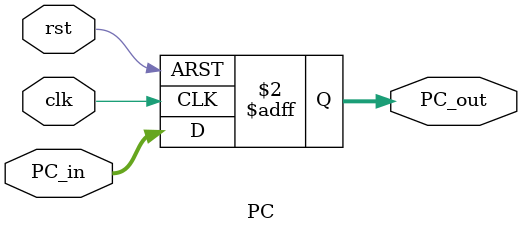
<source format=v>
`timescale 1ns / 1ps


module PC(
    input wire clk, rst,
    input wire [31:0] PC_in, // address in 32bit
    output reg [31:0] PC_out // address out 32bit
);
    always @(posedge clk or posedge  rst) begin
        if (rst) begin
            PC_out <= 32'b0;
        end //if
        else begin
            PC_out <= PC_in;
        end //else
    end // always

endmodule

</source>
